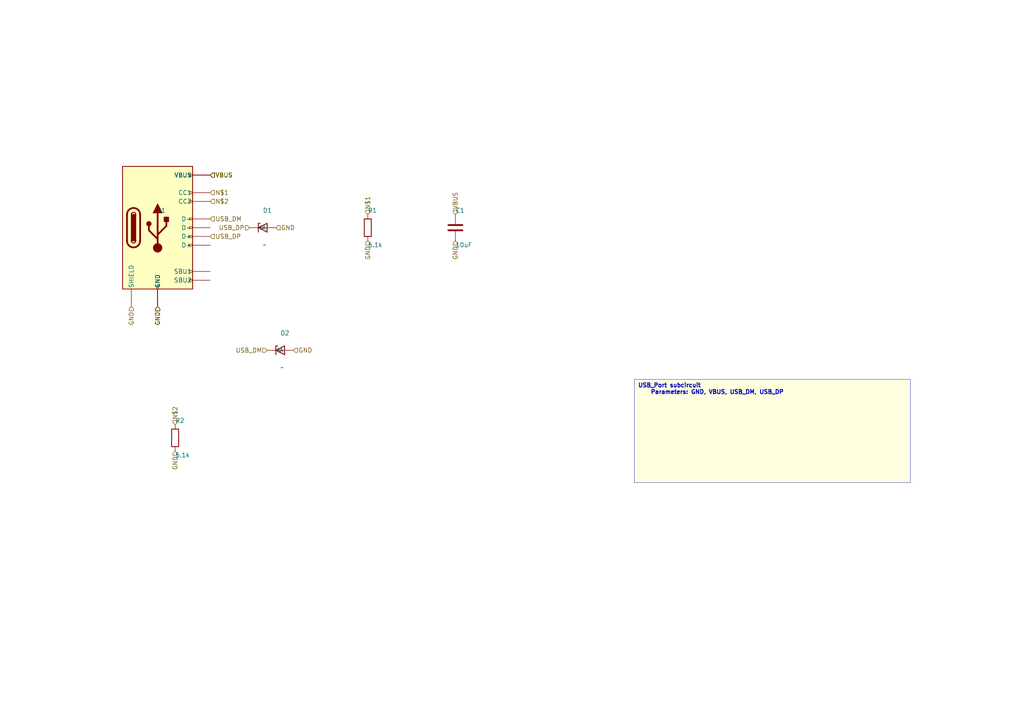
<source format=kicad_sch>
(kicad_sch (version 20250114) (generator "circuit_synth") (generator_version "9.0")
  (paper "A4")
  (lib_symbols
    (symbol "Connector:USB_C_Receptacle_USB2.0_16P" (pin_numbers hide) (pin_names (offset 0.254))
      (property "Reference" "J" (at 0.0 0.0 0))
      (property "Value" "USB_C_Receptacle_USB2.0_16P" (at 0.0 0.0 0))
      (symbol "USB_C_Receptacle_USB2.0_16P_0_1"
        (rectangle (start -0.254 -17.78) (end 0.254 -16.764) (stroke (width 0.0)))
        (rectangle (start 10.16 15.494) (end 9.144 14.986) (stroke (width 0.0)))
        (rectangle (start 10.16 10.414) (end 9.144 9.906) (stroke (width 0.0)))
        (rectangle (start 10.16 7.874) (end 9.144 7.366) (stroke (width 0.0)))
        (rectangle (start 10.16 2.794) (end 9.144 2.286) (stroke (width 0.0)))
        (rectangle (start 10.16 0.254) (end 9.144 -0.254) (stroke (width 0.0)))
        (rectangle (start 10.16 -2.286) (end 9.144 -2.794) (stroke (width 0.0)))
        (rectangle (start 10.16 -4.826) (end 9.144 -5.334) (stroke (width 0.0)))
        (rectangle (start 10.16 -12.446) (end 9.144 -12.954) (stroke (width 0.0)))
        (rectangle (start 10.16 -14.986) (end 9.144 -15.494) (stroke (width 0.0)))
        (rectangle (start -10.16 17.78) (end 10.16 -17.78) (stroke (width 0.254)) (fill (type background)))
        (polyline (pts (xy -8.89 -3.81) (xy -8.89 3.81)) (stroke (width 0.508)))
        (rectangle (start -7.62 -3.81) (end -6.35 3.81) (stroke (width 0.254)) (fill (type outline)))
        (arc (start -7.62 3.81) (mid -6.985 4.4423) (end -6.35 3.81) (stroke (width 0.254)))
        (arc (start -7.62 3.81) (mid -6.985 4.4423) (end -6.35 3.81) (stroke (width 0.254)))
        (arc (start -8.89 3.81) (mid -6.985 5.7067) (end -5.08 3.81) (stroke (width 0.508)))
        (arc (start -5.08 -3.81) (mid -6.985 -5.7067) (end -8.89 -3.81) (stroke (width 0.508)))
        (arc (start -6.35 -3.81) (mid -6.985 -4.4423) (end -7.62 -3.81) (stroke (width 0.254)))
        (arc (start -6.35 -3.81) (mid -6.985 -4.4423) (end -7.62 -3.81) (stroke (width 0.254)))
        (polyline (pts (xy -5.08 3.81) (xy -5.08 -3.81)) (stroke (width 0.508)))
        (circle (center -2.54 1.143) (radius 0.635) (stroke (width 0.254)) (fill (type outline)))
        (polyline (pts (xy -1.27 4.318) (xy 0.0 6.858) (xy 1.27 4.318) (xy -1.27 4.318)) (stroke (width 0.254)) (fill (type outline)))
        (polyline (pts (xy 0.0 -2.032) (xy 2.54 0.508) (xy 2.54 1.778)) (stroke (width 0.508)))
        (polyline (pts (xy 0.0 -3.302) (xy -2.54 -0.762) (xy -2.54 0.508)) (stroke (width 0.508)))
        (polyline (pts (xy 0.0 -5.842) (xy 0.0 4.318)) (stroke (width 0.508)))
        (circle (center 0.0 -5.842) (radius 1.27) (stroke (width 0.0)) (fill (type outline)))
        (rectangle (start 1.905 1.778) (end 3.175 3.048) (stroke (width 0.254)) (fill (type outline)))
      )
      (symbol "USB_C_Receptacle_USB2.0_16P_1_1"
        (pin passive line (at -7.62 -22.86 90) (length 5.08) (name SHIELD) (number S1))
        (pin passive line (at 0.0 -22.86 90) (length 5.08) (name GND) (number A1))
        (pin passive line (at 0.0 -22.86 90) (length 5.08) (name GND) (number A12))
        (pin passive line (at 0.0 -22.86 90) (length 5.08) (name GND) (number B1))
        (pin passive line (at 0.0 -22.86 90) (length 5.08) (name GND) (number B12))
        (pin passive line (at 15.24 15.24 180) (length 5.08) (name VBUS) (number A4))
        (pin passive line (at 15.24 15.24 180) (length 5.08) (name VBUS) (number A9))
        (pin passive line (at 15.24 15.24 180) (length 5.08) (name VBUS) (number B4))
        (pin passive line (at 15.24 15.24 180) (length 5.08) (name VBUS) (number B9))
        (pin bidirectional line (at 15.24 10.16 180) (length 5.08) (name CC1) (number A5))
        (pin bidirectional line (at 15.24 7.62 180) (length 5.08) (name CC2) (number B5))
        (pin bidirectional line (at 15.24 2.54 180) (length 5.08) (name D-) (number A7))
        (pin bidirectional line (at 15.24 0.0 180) (length 5.08) (name D-) (number B7))
        (pin bidirectional line (at 15.24 -2.54 180) (length 5.08) (name D+) (number A6))
        (pin bidirectional line (at 15.24 -5.08 180) (length 5.08) (name D+) (number B6))
        (pin bidirectional line (at 15.24 -12.7 180) (length 5.08) (name SBU1) (number A8))
        (pin bidirectional line (at 15.24 -15.24 180) (length 5.08) (name SBU2) (number B8))
      )
    )
    (symbol "Device:C" (pin_numbers hide) (pin_names (offset 0.254))
      (property "Reference" "C" (at 0.0 0.0 0))
      (property "Value" "C" (at 0.0 0.0 0))
      (symbol "C_0_1"
        (polyline (pts (xy -2.032 0.762) (xy 2.032 0.762)) (stroke (width 0.508)))
        (polyline (pts (xy -2.032 -0.762) (xy 2.032 -0.762)) (stroke (width 0.508)))
      )
      (symbol "C_1_1"
        (pin passive line (at 0.0 3.81 270) (length 2.794) (name ~) (number "1"))
        (pin passive line (at 0.0 -3.81 90) (length 2.794) (name ~) (number "2"))
      )
    )
    (symbol "Device:R" (pin_numbers hide) (pin_names (offset 0.254))
      (property "Reference" "R" (at 0.0 0.0 0))
      (property "Value" "R" (at 0.0 0.0 0))
      (symbol "R_0_1"
        (rectangle (start -1.016 -2.54) (end 1.016 2.54) (stroke (width 0.254)))
      )
      (symbol "R_1_1"
        (pin passive line (at 0.0 3.81 270) (length 1.27) (name ~) (number "1"))
        (pin passive line (at 0.0 -3.81 90) (length 1.27) (name ~) (number "2"))
      )
    )
    (symbol "Diode:ESD5Zxx" (pin_numbers hide) (pin_names (offset 0.254))
      (property "Reference" "D" (at 0.0 0.0 0))
      (property "Value" "ESD5Zxx" (at 0.0 0.0 0))
      (symbol "ESD5Zxx_0_1"
        (polyline (pts (xy -1.27 -1.27) (xy -1.27 1.27) (xy -0.762 1.27)) (stroke (width 0.254)))
        (polyline (pts (xy 1.27 0.0) (xy -1.27 0.0)) (stroke (width 0.0)))
        (polyline (pts (xy 1.27 -1.27) (xy 1.27 1.27) (xy -1.27 0.0) (xy 1.27 -1.27)) (stroke (width 0.254)))
      )
      (symbol "ESD5Zxx_1_1"
        (pin passive line (at -3.81 0.0 0) (length 2.54) (name K) (number "1"))
        (pin passive line (at 3.81 0.0 180) (length 2.54) (name A) (number "2"))
      )
    )
  )
  (title_block (title USB_Port) (date 2025-08-06) (company Circuit-Synth))
  (symbol (lib_id "Device:C") (at 132.08 66.04 0) (unit 1)
    (property "Reference" "C1" (at 132.08 61.040000000000006 0) (effects (justify left)))
    (property "Value" "10uF" (at 132.08 71.04 0) (effects (justify left)))
    (property "Footprint" "Capacitor_SMD:C_0805_2012Metric" (effects (hide yes)))
  )
  (symbol (lib_id "Diode:ESD5Zxx") (at 76.2 66.04 0) (unit 1)
    (property "Reference" "D1" (at 76.2 61.040000000000006 0) (effects (justify left)))
    (property "Value" "~" (at 76.2 71.04 0) (effects (justify left)))
    (property "Footprint" "Diode_SMD:D_SOD-523" (effects (hide yes)))
  )
  (symbol (lib_id "Diode:ESD5Zxx") (at 81.28 101.6 0) (unit 1)
    (property "Reference" "D2" (at 81.28 96.6 0) (effects (justify left)))
    (property "Value" "~" (at 81.28 106.6 0) (effects (justify left)))
    (property "Footprint" "Diode_SMD:D_SOD-523" (effects (hide yes)))
  )
  (symbol (lib_id "Connector:USB_C_Receptacle_USB2.0_16P") (at 45.72 66.04 0) (unit 1)
    (property "Reference" "J1" (at 45.72 61.040000000000006 0) (effects (justify left)))
    (property "Value" "~" (at 45.72 71.04 0) (effects (justify left)))
    (property "Footprint" "Connector_USB:USB_C_Receptacle_GCT_USB4105-xx-A_16P_TopMnt_Horizontal" (effects (hide yes)))
  )
  (symbol (lib_id "Device:R") (at 106.68 66.04 0) (unit 1)
    (property "Reference" "R1" (at 106.68 61.040000000000006 0) (effects (justify left)))
    (property "Value" "5.1k" (at 106.68 71.04 0) (effects (justify left)))
    (property "Footprint" "Resistor_SMD:R_0603_1608Metric" (effects (hide yes)))
  )
  (symbol (lib_id "Device:R") (at 50.8 127.0 0) (unit 1)
    (property "Reference" "R2" (at 50.8 122.0 0) (effects (justify left)))
    (property "Value" "5.1k" (at 50.8 132.0 0) (effects (justify left)))
    (property "Footprint" "Resistor_SMD:R_0603_1608Metric" (effects (hide yes)))
  )
  (hierarchical_label VBUS (shape input) (at 132.08 62.230000000000004 90))
  (hierarchical_label VBUS (shape input) (at 60.96 50.800000000000004 0))
  (hierarchical_label VBUS (shape input) (at 60.96 50.800000000000004 0))
  (hierarchical_label VBUS (shape input) (at 60.96 50.800000000000004 0))
  (hierarchical_label VBUS (shape input) (at 60.96 50.800000000000004 0))
  (hierarchical_label GND (shape input) (at 132.08 69.85000000000001 270))
  (hierarchical_label GND (shape input) (at 80.01 66.04 0))
  (hierarchical_label GND (shape input) (at 85.09 101.6 0))
  (hierarchical_label GND (shape input) (at 38.1 88.9 270))
  (hierarchical_label GND (shape input) (at 45.72 88.9 270))
  (hierarchical_label GND (shape input) (at 45.72 88.9 270))
  (hierarchical_label GND (shape input) (at 45.72 88.9 270))
  (hierarchical_label GND (shape input) (at 45.72 88.9 270))
  (hierarchical_label GND (shape input) (at 106.68 69.85000000000001 270))
  (hierarchical_label GND (shape input) (at 50.8 130.81 270))
  (hierarchical_label USB_DP (shape input) (at 72.39 66.04 180))
  (hierarchical_label USB_DP (shape input) (at 60.96 68.58000000000001 0))
  (hierarchical_label USB_DM (shape input) (at 77.47 101.6 180))
  (hierarchical_label USB_DM (shape input) (at 60.96 63.50000000000001 0))
  (hierarchical_label N$1 (shape input) (at 60.96 55.88000000000001 0))
  (hierarchical_label N$1 (shape input) (at 106.68 62.230000000000004 90))
  (hierarchical_label N$2 (shape input) (at 60.96 58.42000000000001 0))
  (hierarchical_label N$2 (shape input) (at 50.8 123.19 90))
  (text_box "USB_Port subcircuit\n    Parameters: GND, VBUS, USB_DM, USB_DP" (exclude_from_sim yes) (at 184.0 110.0 0) (size 80.0 30.0) (margins 1.0 1.0 1.0 1.0) (stroke (width 0.1)) (fill (type color) (color 255 255 224 1)) (effects (font (size 1.2 1.2) (thickness 0.254)) (justify left top)))
)
</source>
